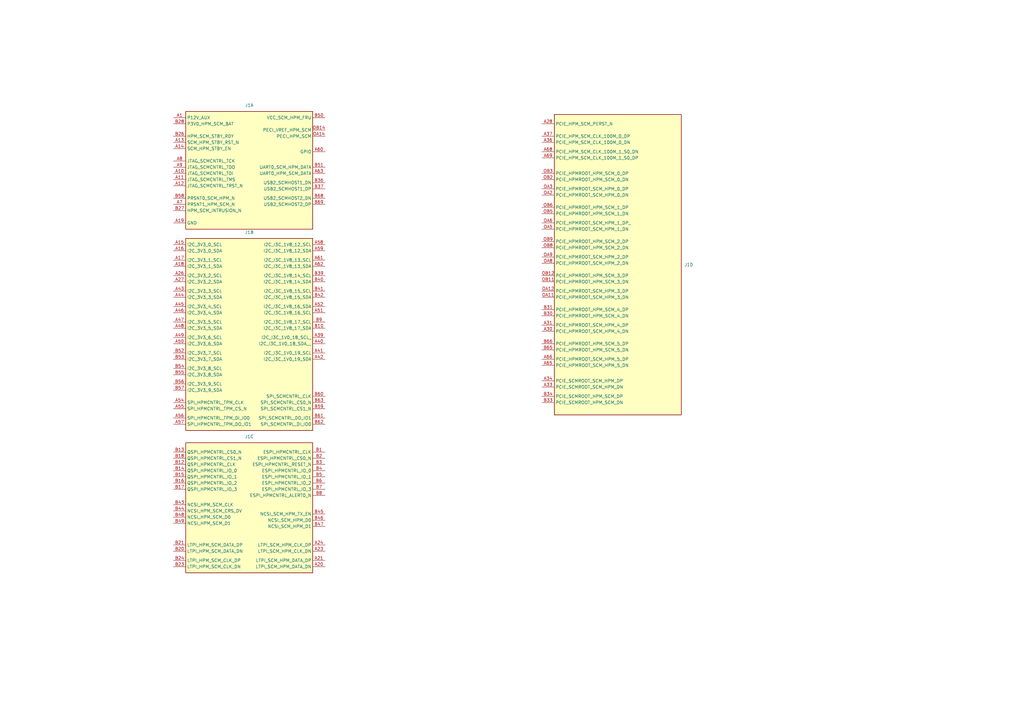
<source format=kicad_sch>
(kicad_sch (version 20250114) (generator "eeschema") (generator_version "9.0")
  (paper "A3")
  (lib_symbols
    (symbol "antmicroEdgeConnectors:PCB-Edge_DC-SCM-2.1_2x84_Rev-1-1" (in_bom no)
      (property "Reference" "J" (at 76.2 -2.54 0))
      (symbol "PCB-Edge_DC-SCM-2.1_2x84_Rev-1-1_1_1"
        (rectangle (start 5.08 2.54) (end 57.15 -45.72) (stroke (width 0.254)) (fill (type background)))
        (pin power_out line (at 0 0 0) (length 5.08) (name "P12V_AUX") (number "A1"))
        (pin power_out line (at 0 0 0) (length 5.08) (hide yes) (name "P12V_AUX") (number "A2"))
        (pin power_out line (at 0 0 0) (length 5.08) (hide yes) (name "P12V_AUX") (number "A3"))
        (pin power_out line (at 0 0 0) (length 5.08) (hide yes) (name "P12V_AUX") (number "A4"))
        (pin passive line (at 0 -2.54 0) (length 5.08) (name "P3V0_HPM_SCM_BAT") (number "B28"))
        (pin passive line (at 0 -7.62 0) (length 5.08) (name "HPM_SCM_STBY_RDY") (number "B26"))
        (pin passive line (at 0 -10.16 0) (length 5.08) (name "SCM_HPM_STBY_RST_N") (number "A13"))
        (pin passive line (at 0 -12.7 0) (length 5.08) (name "SCM_HPM_STBY_EN") (number "A14"))
        (pin passive line (at 0 -17.78 0) (length 5.08) (name "JTAG_SCMCNTRL_TCK") (number "A8"))
        (pin passive line (at 0 -20.32 0) (length 5.08) (name "JTAG_SCMCNTRL_TDO") (number "A9"))
        (pin passive line (at 0 -22.86 0) (length 5.08) (name "JTAG_SCMCNTRL_TDI") (number "A10"))
        (pin passive line (at 0 -25.4 0) (length 5.08) (name "JTAG_SCMCNTRL_TMS") (number "A11"))
        (pin passive line (at 0 -27.94 0) (length 5.08) (name "JTAG_SCMCNTRL_TRST_N") (number "A12"))
        (pin passive line (at 0 -33.02 0) (length 5.08) (name "PRSNT0_SCM_HPM_N") (number "B58"))
        (pin passive line (at 0 -35.56 0) (length 5.08) (name "PRSNT1_HPM_SCM_N") (number "A7"))
        (pin passive line (at 0 -38.1 0) (length 5.08) (name "HPM_SCM_INTRUSION_N") (number "B27"))
        (pin power_out line (at 0 -43.18 0) (length 5.08) (name "GND") (number "A19"))
        (pin power_out line (at 0 -43.18 0) (length 5.08) (hide yes) (name "GND") (number "A22"))
        (pin power_out line (at 0 -43.18 0) (length 5.08) (hide yes) (name "GND") (number "A25"))
        (pin power_out line (at 0 -43.18 0) (length 5.08) (hide yes) (name "GND") (number "A29"))
        (pin power_out line (at 0 -43.18 0) (length 5.08) (hide yes) (name "GND") (number "A32"))
        (pin power_out line (at 0 -43.18 0) (length 5.08) (hide yes) (name "GND") (number "A35"))
        (pin power_out line (at 0 -43.18 0) (length 5.08) (hide yes) (name "GND") (number "A38"))
        (pin power_out line (at 0 -43.18 0) (length 5.08) (hide yes) (name "GND") (number "A5"))
        (pin power_out line (at 0 -43.18 0) (length 5.08) (hide yes) (name "GND") (number "A53"))
        (pin power_out line (at 0 -43.18 0) (length 5.08) (hide yes) (name "GND") (number "A6"))
        (pin power_out line (at 0 -43.18 0) (length 5.08) (hide yes) (name "GND") (number "A64"))
        (pin power_out line (at 0 -43.18 0) (length 5.08) (hide yes) (name "GND") (number "A67"))
        (pin power_out line (at 0 -43.18 0) (length 5.08) (hide yes) (name "GND") (number "A70"))
        (pin power_out line (at 0 -43.18 0) (length 5.08) (hide yes) (name "GND") (number "B11"))
        (pin power_out line (at 0 -43.18 0) (length 5.08) (hide yes) (name "GND") (number "B19"))
        (pin power_out line (at 0 -43.18 0) (length 5.08) (hide yes) (name "GND") (number "B22"))
        (pin power_out line (at 0 -43.18 0) (length 5.08) (hide yes) (name "GND") (number "B25"))
        (pin power_out line (at 0 -43.18 0) (length 5.08) (hide yes) (name "GND") (number "B29"))
        (pin power_out line (at 0 -43.18 0) (length 5.08) (hide yes) (name "GND") (number "B32"))
        (pin power_out line (at 0 -43.18 0) (length 5.08) (hide yes) (name "GND") (number "B35"))
        (pin power_out line (at 0 -43.18 0) (length 5.08) (hide yes) (name "GND") (number "B38"))
        (pin power_out line (at 0 -43.18 0) (length 5.08) (hide yes) (name "GND") (number "B64"))
        (pin power_out line (at 0 -43.18 0) (length 5.08) (hide yes) (name "GND") (number "B67"))
        (pin power_out line (at 0 -43.18 0) (length 5.08) (hide yes) (name "GND") (number "B70"))
        (pin power_out line (at 0 -43.18 0) (length 5.08) (hide yes) (name "GND") (number "OA1"))
        (pin power_out line (at 0 -43.18 0) (length 5.08) (hide yes) (name "GND") (number "OA10"))
        (pin power_out line (at 0 -43.18 0) (length 5.08) (hide yes) (name "GND") (number "OA13"))
        (pin power_out line (at 0 -43.18 0) (length 5.08) (hide yes) (name "GND") (number "OA4"))
        (pin power_out line (at 0 -43.18 0) (length 5.08) (hide yes) (name "GND") (number "OA7"))
        (pin power_out line (at 0 -43.18 0) (length 5.08) (hide yes) (name "GND") (number "OB1"))
        (pin power_out line (at 0 -43.18 0) (length 5.08) (hide yes) (name "GND") (number "OB10"))
        (pin power_out line (at 0 -43.18 0) (length 5.08) (hide yes) (name "GND") (number "OB13"))
        (pin power_out line (at 0 -43.18 0) (length 5.08) (hide yes) (name "GND") (number "OB4"))
        (pin power_out line (at 0 -43.18 0) (length 5.08) (hide yes) (name "GND") (number "OB7"))
        (pin passive line (at 62.23 0 180) (length 5.08) (name "VCC_SCM_HPM_FRU") (number "B50"))
        (pin passive line (at 62.23 -5.08 180) (length 5.08) (name "PECI_VREF_HPM_SCM") (number "OB14"))
        (pin passive line (at 62.23 -7.62 180) (length 5.08) (name "PECI_HPM_SCM") (number "OA14"))
        (pin passive line (at 62.23 -13.97 180) (length 5.08) (name "GPIO") (number "A60"))
        (pin passive line (at 62.23 -20.32 180) (length 5.08) (name "UART0_SCM_HPM_DATA") (number "B51"))
        (pin passive line (at 62.23 -22.86 180) (length 5.08) (name "UART0_HPM_SCM_DATA") (number "A63"))
        (pin passive line (at 62.23 -26.67 180) (length 5.08) (name "USB2_SCMHOST1_DN") (number "B36"))
        (pin passive line (at 62.23 -29.21 180) (length 5.08) (name "USB2_SCMHOST1_DP") (number "B37"))
        (pin passive line (at 62.23 -33.02 180) (length 5.08) (name "USB2_SCMHOST2_DN") (number "B68"))
        (pin passive line (at 62.23 -35.56 180) (length 5.08) (name "USB2_SCMHOST2_DP") (number "B69"))
      )
      (symbol "PCB-Edge_DC-SCM-2.1_2x84_Rev-1-1_2_1"
        (rectangle (start 5.08 2.54) (end 57.15 -76.2) (stroke (width 0.254)) (fill (type background)))
        (pin passive line (at 0 0 0) (length 5.08) (name "I2C_3V3_0_SCL") (number "A15"))
        (pin passive line (at 0 -2.54 0) (length 5.08) (name "I2C_3V3_0_SDA") (number "A16"))
        (pin passive line (at 0 -6.35 0) (length 5.08) (name "I2C_3V3_1_SCL") (number "A17"))
        (pin passive line (at 0 -8.89 0) (length 5.08) (name "I2C_3V3_1_SDA") (number "A18"))
        (pin passive line (at 0 -12.7 0) (length 5.08) (name "I2C_3V3_2_SCL") (number "A26"))
        (pin passive line (at 0 -15.24 0) (length 5.08) (name "I2C_3V3_2_SDA") (number "A27"))
        (pin passive line (at 0 -19.05 0) (length 5.08) (name "I2C_3V3_3_SCL") (number "A43"))
        (pin passive line (at 0 -21.59 0) (length 5.08) (name "I2C_3V3_3_SDA") (number "A44"))
        (pin passive line (at 0 -25.4 0) (length 5.08) (name "I2C_3V3_4_SCL") (number "A45"))
        (pin passive line (at 0 -27.94 0) (length 5.08) (name "I2C_3V3_4_SDA") (number "A46"))
        (pin passive line (at 0 -31.75 0) (length 5.08) (name "I2C_3V3_5_SCL") (number "A47"))
        (pin passive line (at 0 -34.29 0) (length 5.08) (name "I2C_3V3_5_SDA") (number "A48"))
        (pin passive line (at 0 -38.1 0) (length 5.08) (name "I2C_3V3_6_SCL") (number "A49"))
        (pin passive line (at 0 -40.64 0) (length 5.08) (name "I2C_3V3_6_SDA") (number "A50"))
        (pin passive line (at 0 -44.45 0) (length 5.08) (name "I2C_3V3_7_SCL") (number "B52"))
        (pin passive line (at 0 -46.99 0) (length 5.08) (name "I2C_3V3_7_SDA") (number "B53"))
        (pin passive line (at 0 -50.8 0) (length 5.08) (name "I2C_3V3_8_SCL") (number "B54"))
        (pin passive line (at 0 -53.34 0) (length 5.08) (name "I2C_3V3_8_SDA") (number "B55"))
        (pin passive line (at 0 -57.15 0) (length 5.08) (name "I2C_3V3_9_SCL") (number "B56"))
        (pin passive line (at 0 -59.69 0) (length 5.08) (name "I2C_3V3_9_SDA") (number "B57"))
        (pin passive line (at 0 -64.77 0) (length 5.08) (name "SPI_HPMCNTRL_TPM_CLK") (number "A54"))
        (pin passive line (at 0 -67.31 0) (length 5.08) (name "SPI_HPMCNTRL_TPM_CS_N") (number "A55"))
        (pin passive line (at 0 -71.12 0) (length 5.08) (name "SPI_HPMCNTRL_TPM_DI_IO0") (number "A56"))
        (pin passive line (at 0 -73.66 0) (length 5.08) (name "SPI_HPMCNTRL_TPM_DO_IO1") (number "A57"))
        (pin passive line (at 62.23 0 180) (length 5.08) (name "I2C_I3C_1V8_12_SCL") (number "A58"))
        (pin passive line (at 62.23 -2.54 180) (length 5.08) (name "I2C_I3C_1V8_12_SDA") (number "A59"))
        (pin passive line (at 62.23 -6.35 180) (length 5.08) (name "I2C_I3C_1V8_13_SCL") (number "A61"))
        (pin passive line (at 62.23 -8.89 180) (length 5.08) (name "I2C_I3C_1V8_13_SDA") (number "A62"))
        (pin passive line (at 62.23 -12.7 180) (length 5.08) (name "I2C_I3C_1V8_14_SCL") (number "B39"))
        (pin passive line (at 62.23 -15.24 180) (length 5.08) (name "I2C_I3C_1V8_14_SDA") (number "B40"))
        (pin passive line (at 62.23 -19.05 180) (length 5.08) (name "I2C_I3C_1V8_15_SCL") (number "B41"))
        (pin passive line (at 62.23 -21.59 180) (length 5.08) (name "I2C_I3C_1V8_15_SDA") (number "B42"))
        (pin passive line (at 62.23 -25.4 180) (length 5.08) (name "I2C_I3C_1V8_16_SDA") (number "A52"))
        (pin passive line (at 62.23 -27.94 180) (length 5.08) (name "I2C_I3C_1V8_16_SCL") (number "A51"))
        (pin passive line (at 62.23 -31.75 180) (length 5.08) (name "I2C_I3C_1V8_17_SCL") (number "B9"))
        (pin passive line (at 62.23 -34.29 180) (length 5.08) (name "I2C_I3C_1V8_17_SDA") (number "B10"))
        (pin passive line (at 62.23 -38.1 180) (length 5.08) (name "I2C_I3C_1V0_18_SCL_") (number "A39"))
        (pin passive line (at 62.23 -40.64 180) (length 5.08) (name "I2C_I3C_1V0_18_SDA__") (number "A40"))
        (pin passive line (at 62.23 -44.45 180) (length 5.08) (name "I2C_I3C_1V0_19_SCL") (number "A41"))
        (pin passive line (at 62.23 -46.99 180) (length 5.08) (name "I2C_I3C_1V0_19_SDA") (number "A42"))
        (pin passive line (at 62.23 -62.23 180) (length 5.08) (name "SPI_SCMCNTRL_CLK") (number "B60"))
        (pin passive line (at 62.23 -64.77 180) (length 5.08) (name "SPI_SCMCNTRL_CS0_N") (number "B63"))
        (pin passive line (at 62.23 -67.31 180) (length 5.08) (name "SPI_SCMCNTRL_CS1_N") (number "B59"))
        (pin passive line (at 62.23 -71.12 180) (length 5.08) (name "SPI_SCMCNTRL_DO_IO1") (number "B61"))
        (pin passive line (at 62.23 -73.66 180) (length 5.08) (name "SPI_SCMCNTRL_DI_IO0") (number "B62"))
      )
      (symbol "PCB-Edge_DC-SCM-2.1_2x84_Rev-1-1_3_1"
        (rectangle (start 5.08 3.81) (end 57.15 -49.53) (stroke (width 0.254)) (fill (type background)))
        (pin passive line (at 0 0 0) (length 5.08) (name "QSPI_HPMCNTRL_CS0_N") (number "B13"))
        (pin passive line (at 0 -2.54 0) (length 5.08) (name "QSPI_HPMCNTRL_CS1_N") (number "B18"))
        (pin passive line (at 0 -5.08 0) (length 5.08) (name "QSPI_HPMCNTRL_CLK") (number "B12"))
        (pin passive line (at 0 -7.62 0) (length 5.08) (name "QSPI_HPMCNTRL_IO_0") (number "B14"))
        (pin passive line (at 0 -10.16 0) (length 5.08) (name "QSPI_HPMCNTRL_IO_1") (number "B15"))
        (pin passive line (at 0 -12.7 0) (length 5.08) (name "QSPI_HPMCNTRL_IO_2") (number "B16"))
        (pin passive line (at 0 -15.24 0) (length 5.08) (name "QSPI_HPMCNTRL_IO_3") (number "B17"))
        (pin passive line (at 0 -21.59 0) (length 5.08) (name "NCSI_HPM_SCM_CLK") (number "B43"))
        (pin passive line (at 0 -24.13 0) (length 5.08) (name "NCSI_HPM_SCM_CRS_DV") (number "B44"))
        (pin passive line (at 0 -26.67 0) (length 5.08) (name "NCSI_HPM_SCM_D0") (number "B48"))
        (pin passive line (at 0 -29.21 0) (length 5.08) (name "NCSI_HPM_SCM_D1") (number "B49"))
        (pin passive line (at 0 -38.1 0) (length 5.08) (name "LTPI_HPM_SCM_DATA_DP") (number "B21"))
        (pin passive line (at 0 -40.64 0) (length 5.08) (name "LTPI_HPM_SCM_DATA_DN") (number "B20"))
        (pin passive line (at 0 -44.45 0) (length 5.08) (name "LTPI_HPM_SCM_CLK_DP") (number "B24"))
        (pin passive line (at 0 -46.99 0) (length 5.08) (name "LTPI_HPM_SCM_CLK_DN") (number "B23"))
        (pin passive line (at 62.23 0 180) (length 5.08) (name "ESPI_HPMCNTRL_CLK") (number "B1"))
        (pin passive line (at 62.23 -2.54 180) (length 5.08) (name "ESPI_HPMCNTRL_CS0_N") (number "B2"))
        (pin passive line (at 62.23 -5.08 180) (length 5.08) (name "ESPI_HPMCNTRL_RESET_N") (number "B3"))
        (pin passive line (at 62.23 -7.62 180) (length 5.08) (name "ESPI_HPMCNTRL_IO_0") (number "B4"))
        (pin passive line (at 62.23 -10.16 180) (length 5.08) (name "ESPI_HPMCNTRL_IO_1") (number "B5"))
        (pin passive line (at 62.23 -12.7 180) (length 5.08) (name "ESPI_HPMCNTRL_IO_2") (number "B6"))
        (pin passive line (at 62.23 -15.24 180) (length 5.08) (name "ESPI_HPMCNTRL_IO_3") (number "B7"))
        (pin passive line (at 62.23 -17.78 180) (length 5.08) (name "ESPI_HPMCNTRL_ALERT0_N") (number "B8"))
        (pin passive line (at 62.23 -25.4 180) (length 5.08) (name "NCSI_SCM_HPM_TX_EN") (number "B45"))
        (pin passive line (at 62.23 -27.94 180) (length 5.08) (name "NCSI_SCM_HPM_D0") (number "B46"))
        (pin passive line (at 62.23 -30.48 180) (length 5.08) (name "NCSI_SCM_HPM_D1") (number "B47"))
        (pin passive line (at 62.23 -38.1 180) (length 5.08) (name "LTPI_SCM_HPM_CLK_DP") (number "A24"))
        (pin passive line (at 62.23 -40.64 180) (length 5.08) (name "LTPI_SCM_HPM_CLK_DN") (number "A23"))
        (pin passive line (at 62.23 -44.45 180) (length 5.08) (name "LTPI_SCM_HPM_DATA_DP") (number "A21"))
        (pin passive line (at 62.23 -46.99 180) (length 5.08) (name "LTPI_SCM_HPM_DATA_DN") (number "A20"))
      )
      (symbol "PCB-Edge_DC-SCM-2.1_2x84_Rev-1-1_4_1"
        (rectangle (start 5.08 3.81) (end 57.15 -119.38) (stroke (width 0.254)) (fill (type background)))
        (pin passive line (at 0 0 0) (length 5.08) (name "PCIE_HPM_SCM_PERST_N") (number "A28"))
        (pin passive line (at 0 -5.08 0) (length 5.08) (name "PCIE_HPM_SCM_CLK_100M_0_DP") (number "A37"))
        (pin passive line (at 0 -7.62 0) (length 5.08) (name "PCIE_HPM_SCM_CLK_100M_0_DN") (number "A36"))
        (pin passive line (at 0 -11.43 0) (length 5.08) (name "PCIE_HPM_SCM_CLK_100M_1_S0_DN") (number "A68"))
        (pin passive line (at 0 -13.97 0) (length 5.08) (name "PCIE_HPM_SCM_CLK_100M_1_S0_DP") (number "A69"))
        (pin passive line (at 0 -20.32 0) (length 5.08) (name "PCIE_HPMROOT_HPM_SCM_0_DP") (number "OB3"))
        (pin passive line (at 0 -22.86 0) (length 5.08) (name "PCIE_HPMROOT_HPM_SCM_0_DN") (number "OB2"))
        (pin passive line (at 0 -26.67 0) (length 5.08) (name "PCIE_HPMROOT_SCM_HPM_0_DP") (number "OA3"))
        (pin passive line (at 0 -29.21 0) (length 5.08) (name "PCIE_HPMROOT_SCM_HPM_0_DN") (number "OA2"))
        (pin passive line (at 0 -34.29 0) (length 5.08) (name "PCIE_HPMROOT_HPM_SCM_1_DP") (number "OB6"))
        (pin passive line (at 0 -36.83 0) (length 5.08) (name "PCIE_HPMROOT_HPM_SCM_1_DN") (number "OB5"))
        (pin passive line (at 0 -40.64 0) (length 5.08) (name "PCIE_HPMROOT_SCM_HPM_1_DP_") (number "OA6"))
        (pin passive line (at 0 -43.18 0) (length 5.08) (name "PCIE_HPMROOT_SCM_HPM_1_DN") (number "OA5"))
        (pin passive line (at 0 -48.26 0) (length 5.08) (name "PCIE_HPMROOT_HPM_SCM_2_DP") (number "OB9"))
        (pin passive line (at 0 -50.8 0) (length 5.08) (name "PCIE_HPMROOT_HPM_SCM_2_DN") (number "OB8"))
        (pin passive line (at 0 -54.61 0) (length 5.08) (name "PCIE_HPMROOT_SCM_HPM_2_DP") (number "OA9"))
        (pin passive line (at 0 -57.15 0) (length 5.08) (name "PCIE_HPMROOT_SCM_HPM_2_DN") (number "OA8"))
        (pin passive line (at 0 -62.23 0) (length 5.08) (name "PCIE_HPMROOT_HPM_SCM_3_DP") (number "OB12"))
        (pin passive line (at 0 -64.77 0) (length 5.08) (name "PCIE_HPMROOT_HPM_SCM_3_DN") (number "OB11"))
        (pin passive line (at 0 -68.58 0) (length 5.08) (name "PCIE_HPMROOT_SCM_HPM_3_DP") (number "OA12"))
        (pin passive line (at 0 -71.12 0) (length 5.08) (name "PCIE_HPMROOT_SCM_HPM_3_DN") (number "OA11"))
        (pin passive line (at 0 -76.2 0) (length 5.08) (name "PCIE_HPMROOT_HPM_SCM_4_DP") (number "B31"))
        (pin passive line (at 0 -78.74 0) (length 5.08) (name "PCIE_HPMROOT_HPM_SCM_4_DN") (number "B30"))
        (pin passive line (at 0 -82.55 0) (length 5.08) (name "PCIE_HPMROOT_SCM_HPM_4_DP") (number "A31"))
        (pin passive line (at 0 -85.09 0) (length 5.08) (name "PCIE_HPMROOT_SCM_HPM_4_DN") (number "A30"))
        (pin passive line (at 0 -90.17 0) (length 5.08) (name "PCIE_HPMROOT_HPM_SCM_5_DP") (number "B66"))
        (pin passive line (at 0 -92.71 0) (length 5.08) (name "PCIE_HPMROOT_HPM_SCM_5_DN") (number "B65"))
        (pin passive line (at 0 -96.52 0) (length 5.08) (name "PCIE_HPMROOT_SCM_HPM_5_DP") (number "A66"))
        (pin passive line (at 0 -99.06 0) (length 5.08) (name "PCIE_HPMROOT_SCM_HPM_5_DN") (number "A65"))
        (pin passive line (at 0 -105.41 0) (length 5.08) (name "PCIE_SCMROOT_SCM_HPM_DP") (number "A34"))
        (pin passive line (at 0 -107.95 0) (length 5.08) (name "PCIE_SCMROOT_SCM_HPM_DN") (number "A33"))
        (pin passive line (at 0 -111.76 0) (length 5.08) (name "PCIE_SCMROOT_HPM_SCM_DP") (number "B34"))
        (pin passive line (at 0 -114.3 0) (length 5.08) (name "PCIE_SCMROOT_HPM_SCM_DN") (number "B33"))
      )
    )
  )
  (symbol (lib_id "antmicroEdgeConnectors:PCB-Edge_DC-SCM-2.1_2x84_Rev-1-1") (at 222.25 50.8 0) (unit 4) (in_bom no)
    (property "Reference" "J1" (at 280.67 108.585 0) (effects (justify left)))
    (property "Value" "PCB-Edge_DC-SCM-2.1_2x84_Rev-1-1" (effects (hide yes)))
    (property "Footprint" "antmicro-footprints:PCB-Edge_DC-SCM_2x84_Rev-1-0" (effects (hide yes)))
    (property "Datasheet" "https://cdn.amphenol-icc.com/media/wysiwyg/files/documentation/sme005.pdf?__cf_chl_jschl_tk__=4604d1306574a1ee474ea914090d3e0c57e266a6-1606907014-0-AbkYBTCTl__kMBcY3BDmgKpfUy32FqitwN2Lniuy8W-uyv2Ev04Q-Q5Mr7srIz_Wnur0_9chB4CRbxKSYcEh7IvAJYsUgJ0PWIS5YdRqqHg567uaZciEX2hQP4ss5l6M4XdNrxEjJppHvyRV3ku89t-VmUSzhgCb8oJlyHpTxST4dEmKZNXfM53TM0tmGirdVbCRt1Byrx5pkz_uMvNABIOj7B2-eDGK52J3DWRD76zEyjdxY7Iz11gPiOY5i_QGIR3uOwkR5LBPNXe8zGqAf8--AKa7RqDbIriQRt90_32C4zIuHqbGa05BXS135E65ov80PbVcb4eSiutCqcJUAacUwu3eVnXVeIumfihJxuP8Rv7_n6saeG_2IuQpEiskzovLGKZM3667Y-rm-AL1NRXTamtvBxqTk0vyMvZ60FgJ" (effects (hide yes)))
    (property "Description" "PCB Edge DC-SCM 2.1 Rev.1.1 Connector" (effects (hide yes)))
    (property "Author" "Antmicro" (effects (hide yes)))
    (property "License" "Apache-2.0" (effects (hide yes)))
  )
  (symbol (lib_id "antmicroEdgeConnectors:PCB-Edge_DC-SCM-2.1_2x84_Rev-1-1") (at 71.12 48.26 0) (unit 1) (in_bom no)
    (property "Reference" "J1" (at 102.235 43.18 0))
    (property "Value" "PCB-Edge_DC-SCM-2.1_2x84_Rev-1-1" (effects (hide yes)))
    (property "Footprint" "antmicro-footprints:PCB-Edge_DC-SCM_2x84_Rev-1-0" (effects (hide yes)))
    (property "Datasheet" "https://cdn.amphenol-icc.com/media/wysiwyg/files/documentation/sme005.pdf?__cf_chl_jschl_tk__=4604d1306574a1ee474ea914090d3e0c57e266a6-1606907014-0-AbkYBTCTl__kMBcY3BDmgKpfUy32FqitwN2Lniuy8W-uyv2Ev04Q-Q5Mr7srIz_Wnur0_9chB4CRbxKSYcEh7IvAJYsUgJ0PWIS5YdRqqHg567uaZciEX2hQP4ss5l6M4XdNrxEjJppHvyRV3ku89t-VmUSzhgCb8oJlyHpTxST4dEmKZNXfM53TM0tmGirdVbCRt1Byrx5pkz_uMvNABIOj7B2-eDGK52J3DWRD76zEyjdxY7Iz11gPiOY5i_QGIR3uOwkR5LBPNXe8zGqAf8--AKa7RqDbIriQRt90_32C4zIuHqbGa05BXS135E65ov80PbVcb4eSiutCqcJUAacUwu3eVnXVeIumfihJxuP8Rv7_n6saeG_2IuQpEiskzovLGKZM3667Y-rm-AL1NRXTamtvBxqTk0vyMvZ60FgJ" (effects (hide yes)))
    (property "Description" "PCB Edge DC-SCM 2.1 Rev.1.1 Connector" (effects (hide yes)))
    (property "Author" "Antmicro" (effects (hide yes)))
    (property "License" "Apache-2.0" (effects (hide yes)))
  )
  (symbol (lib_id "antmicroEdgeConnectors:PCB-Edge_DC-SCM-2.1_2x84_Rev-1-1") (at 71.12 185.42 0) (unit 3) (in_bom no)
    (property "Reference" "J1" (at 102.235 179.07 0))
    (property "Value" "PCB-Edge_DC-SCM-2.1_2x84_Rev-1-1" (effects (hide yes)))
    (property "Footprint" "antmicro-footprints:PCB-Edge_DC-SCM_2x84_Rev-1-0" (effects (hide yes)))
    (property "Datasheet" "https://cdn.amphenol-icc.com/media/wysiwyg/files/documentation/sme005.pdf?__cf_chl_jschl_tk__=4604d1306574a1ee474ea914090d3e0c57e266a6-1606907014-0-AbkYBTCTl__kMBcY3BDmgKpfUy32FqitwN2Lniuy8W-uyv2Ev04Q-Q5Mr7srIz_Wnur0_9chB4CRbxKSYcEh7IvAJYsUgJ0PWIS5YdRqqHg567uaZciEX2hQP4ss5l6M4XdNrxEjJppHvyRV3ku89t-VmUSzhgCb8oJlyHpTxST4dEmKZNXfM53TM0tmGirdVbCRt1Byrx5pkz_uMvNABIOj7B2-eDGK52J3DWRD76zEyjdxY7Iz11gPiOY5i_QGIR3uOwkR5LBPNXe8zGqAf8--AKa7RqDbIriQRt90_32C4zIuHqbGa05BXS135E65ov80PbVcb4eSiutCqcJUAacUwu3eVnXVeIumfihJxuP8Rv7_n6saeG_2IuQpEiskzovLGKZM3667Y-rm-AL1NRXTamtvBxqTk0vyMvZ60FgJ" (effects (hide yes)))
    (property "Description" "PCB Edge DC-SCM 2.1 Rev.1.1 Connector" (effects (hide yes)))
    (property "Author" "Antmicro" (effects (hide yes)))
    (property "License" "Apache-2.0" (effects (hide yes)))
  )
  (symbol (lib_id "antmicroEdgeConnectors:PCB-Edge_DC-SCM-2.1_2x84_Rev-1-1") (at 71.12 100.33 0) (unit 2) (in_bom no)
    (property "Reference" "J1" (at 102.235 95.25 0))
    (property "Value" "PCB-Edge_DC-SCM-2.1_2x84_Rev-1-1" (effects (hide yes)))
    (property "Footprint" "antmicro-footprints:PCB-Edge_DC-SCM_2x84_Rev-1-0" (effects (hide yes)))
    (property "Datasheet" "https://cdn.amphenol-icc.com/media/wysiwyg/files/documentation/sme005.pdf?__cf_chl_jschl_tk__=4604d1306574a1ee474ea914090d3e0c57e266a6-1606907014-0-AbkYBTCTl__kMBcY3BDmgKpfUy32FqitwN2Lniuy8W-uyv2Ev04Q-Q5Mr7srIz_Wnur0_9chB4CRbxKSYcEh7IvAJYsUgJ0PWIS5YdRqqHg567uaZciEX2hQP4ss5l6M4XdNrxEjJppHvyRV3ku89t-VmUSzhgCb8oJlyHpTxST4dEmKZNXfM53TM0tmGirdVbCRt1Byrx5pkz_uMvNABIOj7B2-eDGK52J3DWRD76zEyjdxY7Iz11gPiOY5i_QGIR3uOwkR5LBPNXe8zGqAf8--AKa7RqDbIriQRt90_32C4zIuHqbGa05BXS135E65ov80PbVcb4eSiutCqcJUAacUwu3eVnXVeIumfihJxuP8Rv7_n6saeG_2IuQpEiskzovLGKZM3667Y-rm-AL1NRXTamtvBxqTk0vyMvZ60FgJ" (effects (hide yes)))
    (property "Description" "PCB Edge DC-SCM 2.1 Rev.1.1 Connector" (effects (hide yes)))
    (property "Author" "Antmicro" (effects (hide yes)))
    (property "License" "Apache-2.0" (effects (hide yes)))
  )
)
</source>
